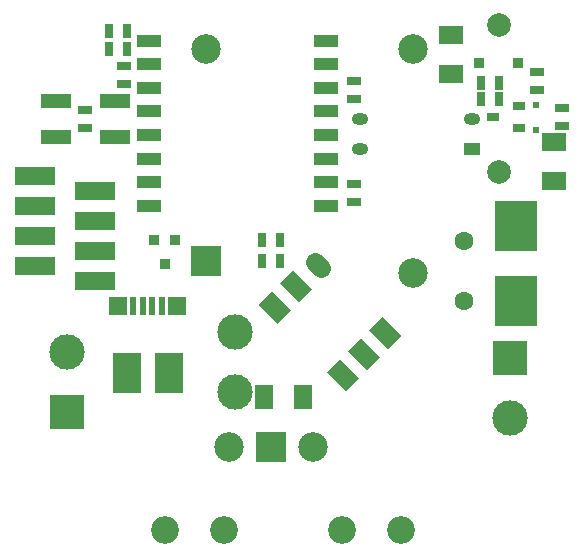
<source format=gbr>
G04 #@! TF.FileFunction,Soldermask,Top*
%FSLAX46Y46*%
G04 Gerber Fmt 4.6, Leading zero omitted, Abs format (unit mm)*
G04 Created by KiCad (PCBNEW 4.0.2+dfsg1-stable) date dim. 11 sept. 2016 16:56:50 CEST*
%MOMM*%
G01*
G04 APERTURE LIST*
%ADD10C,0.150000*%
%ADD11R,2.500000X2.500000*%
%ADD12C,2.500000*%
%ADD13R,0.599440X0.599440*%
%ADD14R,0.850900X0.850900*%
%ADD15R,3.000000X3.000000*%
%ADD16C,3.000000*%
%ADD17R,3.497580X1.498600*%
%ADD18R,2.400000X3.480000*%
%ADD19R,1.500000X1.600000*%
%ADD20R,0.500000X1.600000*%
%ADD21R,2.032000X1.524000*%
%ADD22R,1.524000X2.032000*%
%ADD23R,0.635000X1.143000*%
%ADD24R,1.143000X0.635000*%
%ADD25R,3.556000X4.191000*%
%ADD26C,1.574800*%
%ADD27C,1.600000*%
%ADD28R,1.400000X1.000000*%
%ADD29O,1.400000X1.000000*%
%ADD30C,2.000000*%
%ADD31R,2.540000X1.270000*%
%ADD32R,0.914400X0.914400*%
%ADD33R,1.000760X0.800100*%
%ADD34R,2.000000X1.000000*%
%ADD35C,2.349500*%
G04 APERTURE END LIST*
D10*
D11*
X68500000Y-79750000D03*
D12*
X72056000Y-79750000D03*
X64944000Y-79750000D03*
D13*
X90932000Y-52865020D03*
X90932000Y-50766980D03*
D14*
X89423860Y-47250000D03*
X86076140Y-47250000D03*
D15*
X51250000Y-76790000D03*
D16*
X51250000Y-71710000D03*
D12*
X63000000Y-46000000D03*
D11*
X63000000Y-64000000D03*
D12*
X80500000Y-65000000D03*
X80500000Y-46000000D03*
D17*
X53540000Y-65695000D03*
X48460000Y-64425000D03*
X53540000Y-63155000D03*
X48460000Y-61885000D03*
X53540000Y-60615000D03*
X48460000Y-59345000D03*
X53540000Y-58075000D03*
X48460000Y-56805000D03*
D18*
X56259000Y-73440000D03*
X59819000Y-73440000D03*
D19*
X60539000Y-67770000D03*
X55539000Y-67770000D03*
D20*
X58439000Y-67770000D03*
X59239000Y-67770000D03*
X57639000Y-67770000D03*
X56839000Y-67770000D03*
D21*
X83750000Y-44849000D03*
X83750000Y-48151000D03*
D22*
X71151000Y-75500000D03*
X67849000Y-75500000D03*
D21*
X92400000Y-57251000D03*
X92400000Y-53949000D03*
D23*
X67738000Y-64000000D03*
X69262000Y-64000000D03*
D24*
X75500000Y-59012000D03*
X75500000Y-57488000D03*
D23*
X67738000Y-62250000D03*
X69262000Y-62250000D03*
D24*
X52750000Y-51238000D03*
X52750000Y-52762000D03*
X93091000Y-51054000D03*
X93091000Y-52578000D03*
D23*
X87762000Y-48900000D03*
X86238000Y-48900000D03*
D16*
X65400000Y-69960000D03*
X65400000Y-75040000D03*
D25*
X89200000Y-67375000D03*
X89200000Y-61025000D03*
D26*
X72673816Y-64581714D02*
X72170922Y-64078820D01*
D10*
G36*
X70374871Y-64761319D02*
X71991317Y-66377765D01*
X70877765Y-67491317D01*
X69261319Y-65874871D01*
X70374871Y-64761319D01*
X70374871Y-64761319D01*
G37*
G36*
X68578820Y-66557370D02*
X70195266Y-68173816D01*
X69081714Y-69287368D01*
X67465268Y-67670922D01*
X68578820Y-66557370D01*
X68578820Y-66557370D01*
G37*
G36*
X74326184Y-72304734D02*
X75942630Y-73921180D01*
X74829078Y-75034732D01*
X73212632Y-73418286D01*
X74326184Y-72304734D01*
X74326184Y-72304734D01*
G37*
G36*
X76122235Y-70508683D02*
X77738681Y-72125129D01*
X76625129Y-73238681D01*
X75008683Y-71622235D01*
X76122235Y-70508683D01*
X76122235Y-70508683D01*
G37*
G36*
X77918286Y-68712632D02*
X79534732Y-70329078D01*
X78421180Y-71442630D01*
X76804734Y-69826184D01*
X77918286Y-68712632D01*
X77918286Y-68712632D01*
G37*
D27*
X84800000Y-67340000D03*
X84800000Y-62260000D03*
D28*
X85500000Y-54540000D03*
D29*
X85500000Y-52000000D03*
X76000000Y-52000000D03*
X76000000Y-54540000D03*
D30*
X87800000Y-56450000D03*
X87800000Y-43970000D03*
D31*
X50250000Y-50476000D03*
X50250000Y-53524000D03*
X55250000Y-50476000D03*
X55250000Y-53524000D03*
D15*
X88750000Y-72210000D03*
D16*
X88750000Y-77290000D03*
D32*
X58611000Y-62234000D03*
X60389000Y-62234000D03*
X59500000Y-64266000D03*
D33*
X87292180Y-51816000D03*
X89491820Y-50863500D03*
X89491820Y-52768500D03*
D24*
X56000000Y-49012000D03*
X56000000Y-47488000D03*
D23*
X56262000Y-44500000D03*
X54738000Y-44500000D03*
X56262000Y-46000000D03*
X54738000Y-46000000D03*
D24*
X91000000Y-47988000D03*
X91000000Y-49512000D03*
X75500000Y-48738000D03*
X75500000Y-50262000D03*
D34*
X58159000Y-45324000D03*
X58159000Y-47324000D03*
X58159000Y-49324000D03*
X58159000Y-51324000D03*
X58159000Y-53324000D03*
X58159000Y-55324000D03*
X58159000Y-57324000D03*
X58159000Y-59324000D03*
X73159000Y-59324000D03*
X73159000Y-57324000D03*
X73159000Y-55324000D03*
X73159000Y-53324000D03*
X73159000Y-51324000D03*
X73159000Y-49324000D03*
X73159000Y-47324000D03*
X73159000Y-45324000D03*
D35*
X74501260Y-86750000D03*
X79499980Y-86750000D03*
X64498740Y-86750000D03*
X59500020Y-86750000D03*
D23*
X86250000Y-50300000D03*
X87750000Y-50300000D03*
M02*

</source>
